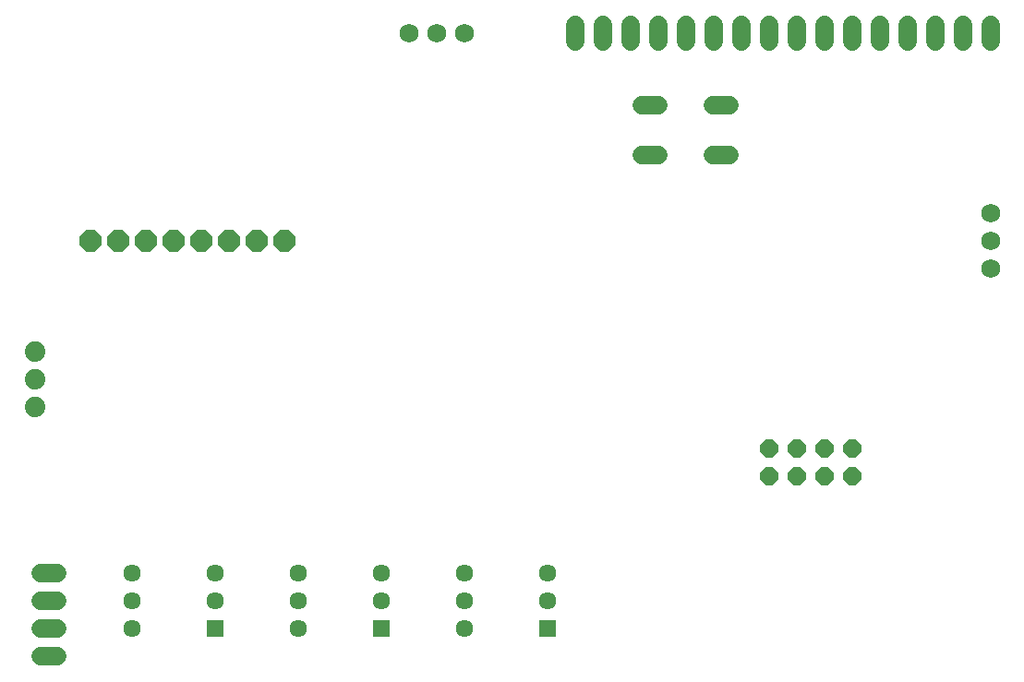
<source format=gbr>
G04 EAGLE Gerber X2 export*
%TF.Part,Single*%
%TF.FileFunction,Soldermask,Bot,1*%
%TF.FilePolarity,Negative*%
%TF.GenerationSoftware,Autodesk,EAGLE,9.0.0*%
%TF.CreationDate,2019-07-04T23:27:38Z*%
G75*
%MOMM*%
%FSLAX34Y34*%
%LPD*%
%AMOC8*
5,1,8,0,0,1.08239X$1,22.5*%
G01*
%ADD10P,2.144431X8X292.500000*%
%ADD11C,1.727200*%
%ADD12C,1.727200*%
%ADD13P,1.759533X8X22.500000*%
%ADD14R,1.611200X1.611200*%
%ADD15C,1.611200*%
%ADD16C,1.879600*%


D10*
X279400Y558800D03*
X254000Y558800D03*
X228600Y558800D03*
X203200Y558800D03*
X177800Y558800D03*
X152400Y558800D03*
X127000Y558800D03*
X101600Y558800D03*
D11*
X927100Y584200D03*
X927100Y558800D03*
X927100Y533400D03*
D12*
X927100Y741680D02*
X927100Y756920D01*
X901700Y756920D02*
X901700Y741680D01*
X876300Y741680D02*
X876300Y756920D01*
X850900Y756920D02*
X850900Y741680D01*
X825500Y741680D02*
X825500Y756920D01*
X800100Y756920D02*
X800100Y741680D01*
X774700Y741680D02*
X774700Y756920D01*
X749300Y756920D02*
X749300Y741680D01*
X723900Y741680D02*
X723900Y756920D01*
X698500Y756920D02*
X698500Y741680D01*
X673100Y741680D02*
X673100Y756920D01*
X647700Y756920D02*
X647700Y741680D01*
X622300Y741680D02*
X622300Y756920D01*
X596900Y756920D02*
X596900Y741680D01*
X571500Y741680D02*
X571500Y756920D01*
X546100Y756920D02*
X546100Y741680D01*
D13*
X723900Y342900D03*
X723900Y368300D03*
X749300Y342900D03*
X749300Y368300D03*
X774700Y342900D03*
X774700Y368300D03*
X800100Y368300D03*
X800100Y342900D03*
D12*
X622808Y683006D02*
X607568Y683006D01*
X607568Y637794D02*
X622808Y637794D01*
X672592Y683006D02*
X687832Y683006D01*
X687832Y637794D02*
X672592Y637794D01*
D11*
X393700Y749300D03*
X419100Y749300D03*
X444500Y749300D03*
D14*
X215900Y203200D03*
D15*
X215900Y228600D03*
X215900Y254000D03*
X139700Y254000D03*
X139700Y228600D03*
X139700Y203200D03*
D14*
X520700Y203200D03*
D15*
X520700Y228600D03*
X520700Y254000D03*
X444500Y254000D03*
X444500Y228600D03*
X444500Y203200D03*
D14*
X368300Y203200D03*
D15*
X368300Y228600D03*
X368300Y254000D03*
X292100Y254000D03*
X292100Y228600D03*
X292100Y203200D03*
D12*
X71120Y177800D02*
X55880Y177800D01*
X55880Y203200D02*
X71120Y203200D01*
X71120Y228600D02*
X55880Y228600D01*
X55880Y254000D02*
X71120Y254000D01*
D16*
X50800Y406400D03*
X50800Y431800D03*
X50800Y457200D03*
M02*

</source>
